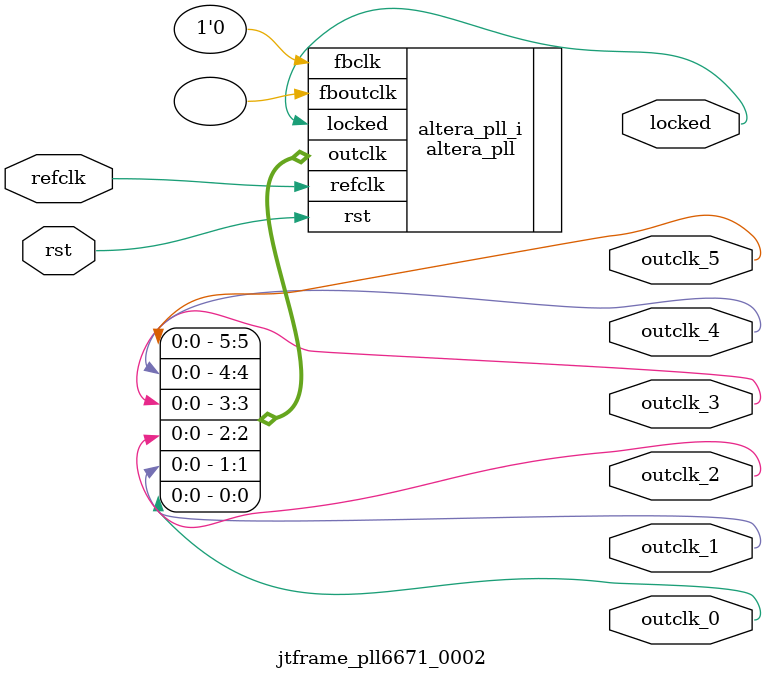
<source format=v>

`timescale 1ns/10ps
module  jtframe_pll6671_0002(

	// interface 'refclk'
	input wire refclk,

	// interface 'reset'
	input wire rst,

	// interface 'outclk0'
	output wire outclk_0,

	// interface 'outclk1'
	output wire outclk_1,

	// interface 'outclk2'
	output wire outclk_2,

	// interface 'outclk3'
	output wire outclk_3,

	// interface 'outclk4'
	output wire outclk_4,

	// interface 'outclk5'
	output wire outclk_5,

	// interface 'locked'
	output wire locked
);

	altera_pll #(
		.fractional_vco_multiplier("false"),
		.reference_clock_frequency("50.0 MHz"),
		.operation_mode("direct"),
		.number_of_clocks(6),
		.output_clock_frequency0("53.365384 MHz"),
		.phase_shift0("0 ps"),
		.duty_cycle0(50),
		.output_clock_frequency1("53.365384 MHz"),
		.phase_shift1("5495 ps"),
		.duty_cycle1(50),
		.output_clock_frequency2("26.682692 MHz"),
		.phase_shift2("0 ps"),
		.duty_cycle2(50),
		.output_clock_frequency3("6.670673 MHz"),
		.phase_shift3("0 ps"),
		.duty_cycle3(50),
		.output_clock_frequency4("106.730769 MHz"),
		.phase_shift4("0 ps"),
		.duty_cycle4(50),
		.output_clock_frequency5("106.730769 MHz"),
		.phase_shift5("-4954 ps"),
		.duty_cycle5(50),
		.output_clock_frequency6("0 MHz"),
		.phase_shift6("0 ps"),
		.duty_cycle6(50),
		.output_clock_frequency7("0 MHz"),
		.phase_shift7("0 ps"),
		.duty_cycle7(50),
		.output_clock_frequency8("0 MHz"),
		.phase_shift8("0 ps"),
		.duty_cycle8(50),
		.output_clock_frequency9("0 MHz"),
		.phase_shift9("0 ps"),
		.duty_cycle9(50),
		.output_clock_frequency10("0 MHz"),
		.phase_shift10("0 ps"),
		.duty_cycle10(50),
		.output_clock_frequency11("0 MHz"),
		.phase_shift11("0 ps"),
		.duty_cycle11(50),
		.output_clock_frequency12("0 MHz"),
		.phase_shift12("0 ps"),
		.duty_cycle12(50),
		.output_clock_frequency13("0 MHz"),
		.phase_shift13("0 ps"),
		.duty_cycle13(50),
		.output_clock_frequency14("0 MHz"),
		.phase_shift14("0 ps"),
		.duty_cycle14(50),
		.output_clock_frequency15("0 MHz"),
		.phase_shift15("0 ps"),
		.duty_cycle15(50),
		.output_clock_frequency16("0 MHz"),
		.phase_shift16("0 ps"),
		.duty_cycle16(50),
		.output_clock_frequency17("0 MHz"),
		.phase_shift17("0 ps"),
		.duty_cycle17(50),
		.pll_type("General"),
		.pll_subtype("General")
	) altera_pll_i (
		.rst	(rst),
		.outclk	({outclk_5, outclk_4, outclk_3, outclk_2, outclk_1, outclk_0}),
		.locked	(locked),
		.fboutclk	( ),
		.fbclk	(1'b0),
		.refclk	(refclk)
	);
endmodule


</source>
